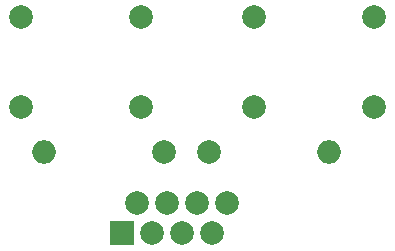
<source format=gbr>
G04 #@! TF.GenerationSoftware,KiCad,Pcbnew,(5.0.0)*
G04 #@! TF.CreationDate,2019-05-16T09:18:07+02:00*
G04 #@! TF.ProjectId,Manette_2019_PCB_Central,4D616E657474655F323031395F504342,rev?*
G04 #@! TF.SameCoordinates,Original*
G04 #@! TF.FileFunction,Copper,L1,Top,Signal*
G04 #@! TF.FilePolarity,Positive*
%FSLAX46Y46*%
G04 Gerber Fmt 4.6, Leading zero omitted, Abs format (unit mm)*
G04 Created by KiCad (PCBNEW (5.0.0)) date 05/16/19 09:18:07*
%MOMM*%
%LPD*%
G01*
G04 APERTURE LIST*
G04 #@! TA.AperFunction,ComponentPad*
%ADD10O,2.000000X2.000000*%
G04 #@! TD*
G04 #@! TA.AperFunction,ComponentPad*
%ADD11C,2.000000*%
G04 #@! TD*
G04 #@! TA.AperFunction,ComponentPad*
%ADD12R,2.000000X2.000000*%
G04 #@! TD*
G04 APERTURE END LIST*
D10*
G04 #@! TO.P,R1,2*
G04 #@! TO.N,Net-(R1-Pad2)*
X137795000Y-115570000D03*
D11*
G04 #@! TO.P,R1,1*
G04 #@! TO.N,Vcc*
X127635000Y-115570000D03*
G04 #@! TD*
G04 #@! TO.P,R2,1*
G04 #@! TO.N,Vcc*
X123825000Y-115570000D03*
D10*
G04 #@! TO.P,R2,2*
G04 #@! TO.N,Net-(R2-Pad2)*
X113665000Y-115570000D03*
G04 #@! TD*
D11*
G04 #@! TO.P,SW1,4*
G04 #@! TO.N,button_START*
X131445000Y-111760000D03*
G04 #@! TO.P,SW1,3*
G04 #@! TO.N,Net-(R1-Pad2)*
X141605000Y-111760000D03*
G04 #@! TO.P,SW1,2*
G04 #@! TO.N,GND*
X131445000Y-104140000D03*
G04 #@! TO.P,SW1,1*
X141605000Y-104140000D03*
G04 #@! TD*
G04 #@! TO.P,SW2,4*
G04 #@! TO.N,button_SELECT*
X111760000Y-111760000D03*
G04 #@! TO.P,SW2,3*
G04 #@! TO.N,Net-(R2-Pad2)*
X121920000Y-111760000D03*
G04 #@! TO.P,SW2,2*
G04 #@! TO.N,Conn_LED_On*
X111760000Y-104140000D03*
G04 #@! TO.P,SW2,1*
G04 #@! TO.N,GND*
X121920000Y-104140000D03*
G04 #@! TD*
D12*
G04 #@! TO.P,J1,1*
G04 #@! TO.N,button_SELECT*
X120269000Y-122428000D03*
D11*
G04 #@! TO.P,J1,2*
G04 #@! TO.N,Conn_LED_On*
X121539000Y-119888000D03*
G04 #@! TO.P,J1,3*
G04 #@! TO.N,button_START*
X122809000Y-122428000D03*
G04 #@! TO.P,J1,4*
G04 #@! TO.N,Net-(J1-Pad4)*
X124079000Y-119888000D03*
G04 #@! TO.P,J1,5*
G04 #@! TO.N,Net-(J1-Pad5)*
X125349000Y-122428000D03*
G04 #@! TO.P,J1,6*
G04 #@! TO.N,Vcc*
X126619000Y-119888000D03*
G04 #@! TO.P,J1,7*
G04 #@! TO.N,Net-(J1-Pad7)*
X127889000Y-122428000D03*
G04 #@! TO.P,J1,8*
G04 #@! TO.N,GND*
X129159000Y-119888000D03*
G04 #@! TD*
M02*

</source>
